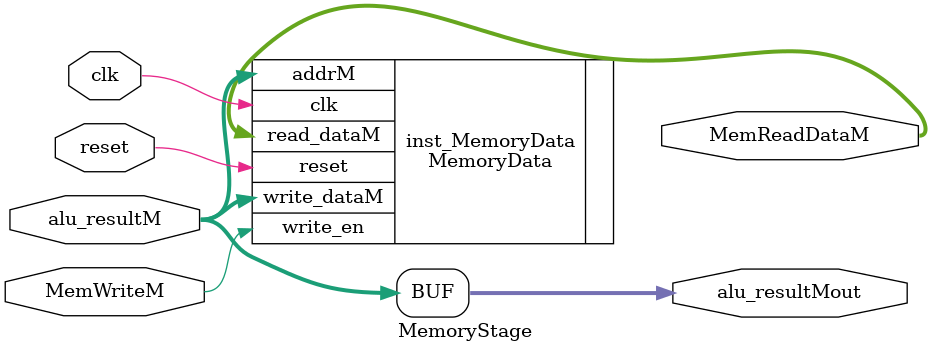
<source format=v>
module MemoryStage(
    input               clk, reset,
    input               MemWriteM,
    input       [15:0]  alu_resultM,
    output      [15:0]  MemReadDataM,
    output      [15:0]  alu_resultMout
);

MemoryData  inst_MemoryData(
    .clk(clk),
    .reset(reset),
    .addrM(alu_resultM),
    .write_en(MemWriteM),
    .write_dataM(alu_resultM),
    .read_dataM(MemReadDataM) //out
);

assign alu_resultMout = alu_resultM;

endmodule
</source>
